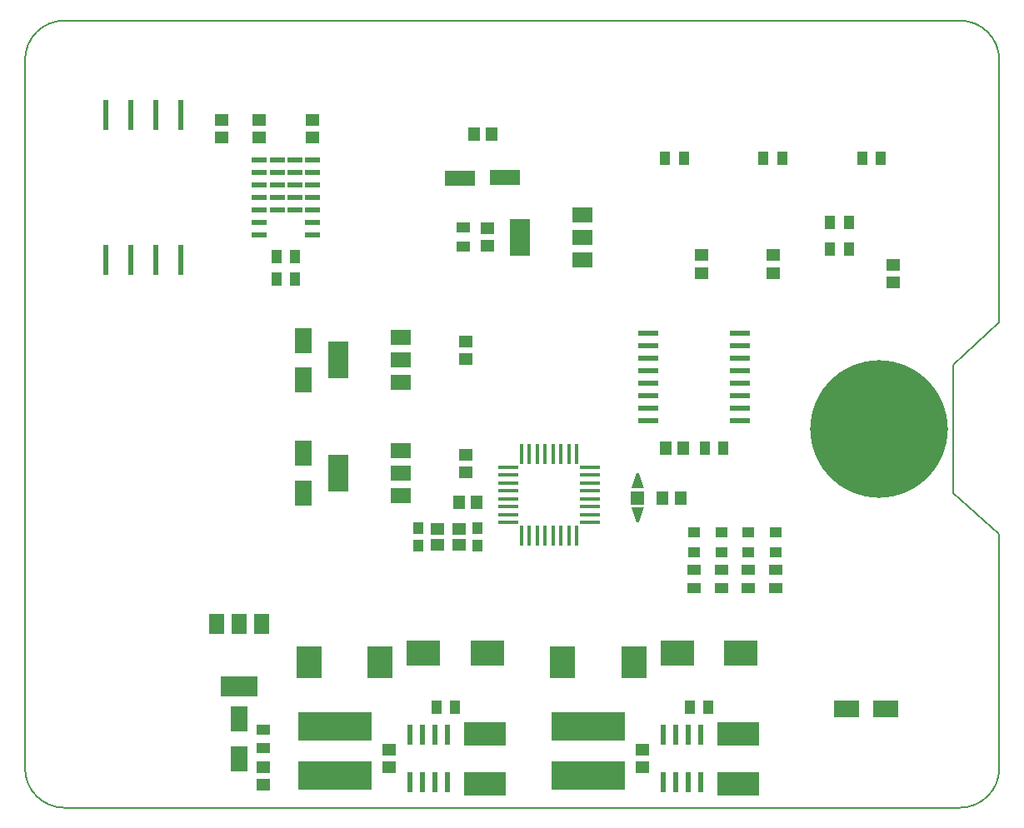
<source format=gtp>
G04 #@! TF.FileFunction,Paste,Top*
%FSLAX46Y46*%
G04 Gerber Fmt 4.6, Leading zero omitted, Abs format (unit mm)*
G04 Created by KiCad (PCBNEW (2015-07-01 BZR 5850)-product) date Tue Dec  8 18:09:09 2015*
%MOMM*%
G01*
G04 APERTURE LIST*
%ADD10C,0.025400*%
%ADD11C,0.127000*%
%ADD12C,14.000000*%
%ADD13R,3.048000X1.625600*%
%ADD14R,1.700000X2.500000*%
%ADD15R,2.500000X1.700000*%
%ADD16R,1.270000X1.016000*%
%ADD17R,1.400000X1.400000*%
%ADD18R,2.032000X3.810000*%
%ADD19R,2.032000X1.524000*%
%ADD20R,3.810000X2.032000*%
%ADD21R,1.524000X2.032000*%
%ADD22R,1.998980X0.599440*%
%ADD23R,1.998980X0.449580*%
%ADD24R,0.449580X1.998980*%
%ADD25R,1.400000X1.200000*%
%ADD26R,1.000000X1.450000*%
%ADD27R,1.450000X1.000000*%
%ADD28R,1.100000X1.150000*%
%ADD29R,2.600000X3.200000*%
%ADD30R,0.609600X2.032000*%
%ADD31R,1.450000X1.150000*%
%ADD32R,1.150000X1.450000*%
%ADD33R,4.300000X2.400000*%
%ADD34R,3.500000X2.500000*%
%ADD35R,7.500000X3.000000*%
%ADD36R,0.609600X3.048000*%
%ADD37R,1.549400X0.596900*%
G04 APERTURE END LIST*
D10*
D11*
X4000000Y0D02*
X95000000Y0D01*
X99000000Y49300000D02*
X94300000Y45000000D01*
X99000000Y76000000D02*
X99000000Y49300000D01*
X94300000Y38500000D02*
X94300000Y45000000D01*
X94300000Y32000000D02*
X94300000Y38500000D01*
X99000000Y27800000D02*
X94300000Y32000000D01*
X99000000Y4000000D02*
X99000000Y27800000D01*
X0Y76000000D02*
X0Y4000000D01*
X95000000Y80000000D02*
X4000000Y80000000D01*
X99000000Y76000000D02*
G75*
G03X95000000Y80000000I-4000000J0D01*
G01*
X95000000Y0D02*
G75*
G03X99000000Y4000000I0J4000000D01*
G01*
X0Y4000000D02*
G75*
G03X4000000Y0I4000000J0D01*
G01*
X4000000Y80000000D02*
G75*
G03X0Y76000000I0J-4000000D01*
G01*
D12*
X86750000Y38500000D03*
D13*
X44214000Y64000000D03*
X48786000Y64063500D03*
D14*
X28250000Y47500000D03*
X28250000Y43500000D03*
X21750000Y5000000D03*
X21750000Y9000000D03*
D15*
X83500000Y10000000D03*
X87500000Y10000000D03*
D16*
X73500000Y25984000D03*
X73500000Y28016000D03*
X70750000Y25984000D03*
X70750000Y28016000D03*
X68000000Y25984000D03*
X68000000Y28016000D03*
X76250000Y25984000D03*
X76250000Y28016000D03*
D14*
X28250000Y36000000D03*
X28250000Y32000000D03*
D10*
G36*
X62123000Y33976500D02*
X62377000Y33976500D01*
X62885000Y32452500D01*
X61615000Y32452500D01*
X62123000Y33976500D01*
X62123000Y33976500D01*
G37*
G36*
X61615000Y30547500D02*
X62885000Y30547500D01*
X62377000Y29023500D01*
X62123000Y29023500D01*
X61615000Y30547500D01*
X61615000Y30547500D01*
G37*
D17*
X62250000Y31500000D03*
D18*
X31825000Y45500000D03*
D19*
X38175000Y45500000D03*
X38175000Y47786000D03*
X38175000Y43214000D03*
D18*
X50325000Y58000000D03*
D19*
X56675000Y58000000D03*
X56675000Y60286000D03*
X56675000Y55714000D03*
D18*
X31825000Y34000000D03*
D19*
X38175000Y34000000D03*
X38175000Y36286000D03*
X38175000Y31714000D03*
D20*
X21750000Y12325000D03*
D21*
X21750000Y18675000D03*
X19464000Y18675000D03*
X24036000Y18675000D03*
D22*
X72650740Y39305000D03*
X72650740Y40575000D03*
X72650740Y41845000D03*
X72650740Y43115000D03*
X72650740Y44385000D03*
X72650740Y45655000D03*
X72650740Y46925000D03*
X72650740Y48195000D03*
X63349260Y48195000D03*
X63349260Y46925000D03*
X63349260Y45655000D03*
X63349260Y44385000D03*
X63349260Y43115000D03*
X63349260Y41845000D03*
X63349260Y40575000D03*
X63349260Y39305000D03*
D23*
X49099640Y29000920D03*
X49099640Y29801020D03*
X49099640Y30601120D03*
X49099640Y31401220D03*
X49099640Y32198780D03*
X49099640Y32998880D03*
X49099640Y33798980D03*
X49099640Y34599080D03*
X57400360Y34599080D03*
X57400360Y29000920D03*
X57400360Y29801020D03*
X57400360Y30601120D03*
X57400360Y31401220D03*
X57400360Y32198780D03*
X57400360Y32998880D03*
X57400360Y33798980D03*
D24*
X50450920Y35950360D03*
X51251020Y35950360D03*
X52051120Y35950360D03*
X52851220Y35950360D03*
X53648780Y35950360D03*
X54448880Y35950360D03*
X55248980Y35950360D03*
X56049080Y35950360D03*
X50450920Y27649640D03*
X51251020Y27649640D03*
X52051120Y27649640D03*
X52851220Y27649640D03*
X53648780Y27649640D03*
X54448880Y27649640D03*
X55248980Y27649640D03*
X56049080Y27649640D03*
D25*
X44100000Y28300000D03*
X41900000Y26700000D03*
X44100000Y26700000D03*
X41900000Y28300000D03*
D26*
X76950000Y66000000D03*
X75050000Y66000000D03*
X86950000Y66000000D03*
X85050000Y66000000D03*
D27*
X76250000Y22300000D03*
X76250000Y24200000D03*
D26*
X70950000Y36500000D03*
X69050000Y36500000D03*
D27*
X68000000Y22300000D03*
X68000000Y24200000D03*
X70750000Y22300000D03*
X70750000Y24200000D03*
X73500000Y22300000D03*
X73500000Y24200000D03*
X24250000Y6050000D03*
X24250000Y7950000D03*
X44500000Y58950000D03*
X44500000Y57050000D03*
D26*
X25550000Y56000000D03*
X27450000Y56000000D03*
X83700000Y56750000D03*
X81800000Y56750000D03*
X83700000Y59500000D03*
X81800000Y59500000D03*
X66950000Y66000000D03*
X65050000Y66000000D03*
D28*
X40000000Y26600000D03*
X40000000Y28400000D03*
X46000000Y28400000D03*
X46000000Y26600000D03*
D26*
X69450000Y10250000D03*
X67550000Y10250000D03*
X43700000Y10250000D03*
X41800000Y10250000D03*
D29*
X28900000Y14750000D03*
X36100000Y14750000D03*
X54650000Y14750000D03*
X61850000Y14750000D03*
D30*
X39095000Y7413000D03*
X39095000Y2587000D03*
X40365000Y7413000D03*
X41635000Y7413000D03*
X42905000Y7413000D03*
X40365000Y2587000D03*
X41635000Y2587000D03*
X42905000Y2587000D03*
X64845000Y7413000D03*
X64845000Y2587000D03*
X66115000Y7413000D03*
X67385000Y7413000D03*
X68655000Y7413000D03*
X66115000Y2587000D03*
X67385000Y2587000D03*
X68655000Y2587000D03*
D31*
X37000000Y5900000D03*
X37000000Y4100000D03*
X62750000Y5900000D03*
X62750000Y4100000D03*
D32*
X64800000Y31500000D03*
X66600000Y31500000D03*
D31*
X88250000Y55150000D03*
X88250000Y53350000D03*
X29250000Y68100000D03*
X29250000Y69900000D03*
X23750000Y68100000D03*
X23750000Y69900000D03*
X76000000Y54350000D03*
X76000000Y56150000D03*
X20000000Y68100000D03*
X20000000Y69900000D03*
X68750000Y54350000D03*
X68750000Y56150000D03*
X44750000Y45600000D03*
X44750000Y47400000D03*
X24250000Y4150000D03*
X24250000Y2350000D03*
D32*
X45600000Y68500000D03*
X47400000Y68500000D03*
X66900000Y36500000D03*
X65100000Y36500000D03*
X45900000Y31000000D03*
X44100000Y31000000D03*
D31*
X47000000Y57100000D03*
X47000000Y58900000D03*
X44750000Y34100000D03*
X44750000Y35900000D03*
D33*
X46750000Y2460000D03*
X46750000Y7540000D03*
X72500000Y2460000D03*
X72500000Y7540000D03*
D34*
X40500000Y15750000D03*
X47000000Y15750000D03*
X66250000Y15750000D03*
X72750000Y15750000D03*
D35*
X31500000Y8250000D03*
X31500000Y3250000D03*
X57250000Y8250000D03*
X57250000Y3250000D03*
D36*
X15810000Y70366000D03*
X13270000Y70366000D03*
X10730000Y70366000D03*
X8190000Y70366000D03*
X8190000Y55634000D03*
X10730000Y55634000D03*
X13270000Y55634000D03*
X15810000Y55634000D03*
D37*
X23807600Y60730000D03*
X23807600Y59460000D03*
X23807600Y58190000D03*
X29192400Y60730000D03*
X23807600Y64540000D03*
X23807600Y63270000D03*
X23807600Y62000000D03*
X29192400Y63270000D03*
X29192400Y64540000D03*
X29192400Y65810000D03*
X29192400Y59460000D03*
X23807600Y65810000D03*
X29192400Y58190000D03*
X29192400Y62000000D03*
X25611000Y65810000D03*
X25611000Y64540000D03*
X25611000Y63270000D03*
X25611000Y62000000D03*
X25611000Y60730000D03*
X27389000Y60730000D03*
X27389000Y62000000D03*
X27389000Y63270000D03*
X27389000Y64540000D03*
X27389000Y65810000D03*
D26*
X25550000Y53700000D03*
X27450000Y53700000D03*
M02*

</source>
